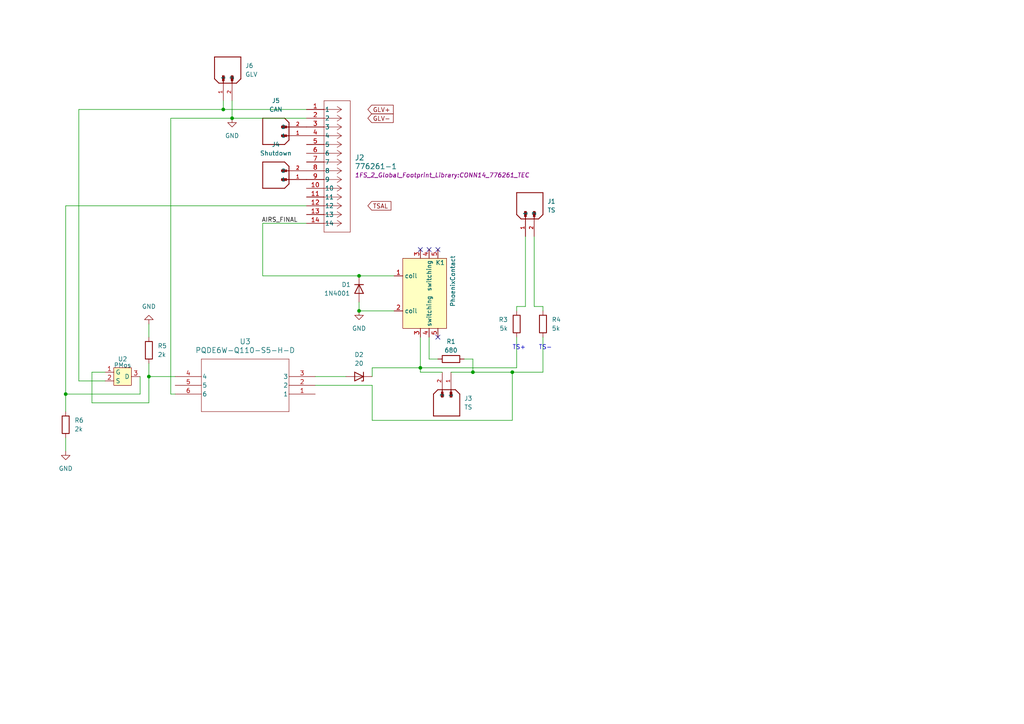
<source format=kicad_sch>
(kicad_sch (version 20231120) (generator "eeschema") (generator_version "8.0")
  (paper "A4")
  (lib_symbols
    (symbol "1FS_2_Global_Symbol_Library:776261-1" (pin_names (offset 0.254))
      (property "Reference" "J" (at 8.89 6.35 0))
      (property "Value" "776261-1" (at 0 0 0))
      (property "Footprint" "1FS_2_Global_Footprint_Library:CONN14_776261_TEC" (at 0 0 0))
      (symbol "776261-1_1_1"
        (polyline (pts (xy 5.08 -35.56) (xy 12.7 -35.56)) (stroke (width 0.127)))
        (polyline (pts (xy 5.08 2.54) (xy 5.08 -35.56)) (stroke (width 0.127)))
        (polyline (pts (xy 10.16 -33.02) (xy 5.08 -33.02)) (stroke (width 0.127)))
        (polyline (pts (xy 10.16 -33.02) (xy 8.89 -33.8667)) (stroke (width 0.127)))
        (polyline (pts (xy 10.16 -33.02) (xy 8.89 -32.1733)) (stroke (width 0.127)))
        (polyline (pts (xy 10.16 -30.48) (xy 5.08 -30.48)) (stroke (width 0.127)))
        (polyline (pts (xy 10.16 -30.48) (xy 8.89 -31.3267)) (stroke (width 0.127)))
        (polyline (pts (xy 10.16 -30.48) (xy 8.89 -29.6333)) (stroke (width 0.127)))
        (polyline (pts (xy 10.16 -27.94) (xy 5.08 -27.94)) (stroke (width 0.127)))
        (polyline (pts (xy 10.16 -27.94) (xy 8.89 -28.7867)) (stroke (width 0.127)))
        (polyline (pts (xy 10.16 -27.94) (xy 8.89 -27.0933)) (stroke (width 0.127)))
        (polyline (pts (xy 10.16 -25.4) (xy 5.08 -25.4)) (stroke (width 0.127)))
        (polyline (pts (xy 10.16 -25.4) (xy 8.89 -26.2467)) (stroke (width 0.127)))
        (polyline (pts (xy 10.16 -25.4) (xy 8.89 -24.5533)) (stroke (width 0.127)))
        (polyline (pts (xy 10.16 -22.86) (xy 5.08 -22.86)) (stroke (width 0.127)))
        (polyline (pts (xy 10.16 -22.86) (xy 8.89 -23.7067)) (stroke (width 0.127)))
        (polyline (pts (xy 10.16 -22.86) (xy 8.89 -22.0133)) (stroke (width 0.127)))
        (polyline (pts (xy 10.16 -20.32) (xy 5.08 -20.32)) (stroke (width 0.127)))
        (polyline (pts (xy 10.16 -20.32) (xy 8.89 -21.1667)) (stroke (width 0.127)))
        (polyline (pts (xy 10.16 -20.32) (xy 8.89 -19.4733)) (stroke (width 0.127)))
        (polyline (pts (xy 10.16 -17.78) (xy 5.08 -17.78)) (stroke (width 0.127)))
        (polyline (pts (xy 10.16 -17.78) (xy 8.89 -18.6267)) (stroke (width 0.127)))
        (polyline (pts (xy 10.16 -17.78) (xy 8.89 -16.9333)) (stroke (width 0.127)))
        (polyline (pts (xy 10.16 -15.24) (xy 5.08 -15.24)) (stroke (width 0.127)))
        (polyline (pts (xy 10.16 -15.24) (xy 8.89 -16.0867)) (stroke (width 0.127)))
        (polyline (pts (xy 10.16 -15.24) (xy 8.89 -14.3933)) (stroke (width 0.127)))
        (polyline (pts (xy 10.16 -12.7) (xy 5.08 -12.7)) (stroke (width 0.127)))
        (polyline (pts (xy 10.16 -12.7) (xy 8.89 -13.5467)) (stroke (width 0.127)))
        (polyline (pts (xy 10.16 -12.7) (xy 8.89 -11.8533)) (stroke (width 0.127)))
        (polyline (pts (xy 10.16 -10.16) (xy 5.08 -10.16)) (stroke (width 0.127)))
        (polyline (pts (xy 10.16 -10.16) (xy 8.89 -11.0067)) (stroke (width 0.127)))
        (polyline (pts (xy 10.16 -10.16) (xy 8.89 -9.3133)) (stroke (width 0.127)))
        (polyline (pts (xy 10.16 -7.62) (xy 5.08 -7.62)) (stroke (width 0.127)))
        (polyline (pts (xy 10.16 -7.62) (xy 8.89 -8.4667)) (stroke (width 0.127)))
        (polyline (pts (xy 10.16 -7.62) (xy 8.89 -6.7733)) (stroke (width 0.127)))
        (polyline (pts (xy 10.16 -5.08) (xy 5.08 -5.08)) (stroke (width 0.127)))
        (polyline (pts (xy 10.16 -5.08) (xy 8.89 -5.9267)) (stroke (width 0.127)))
        (polyline (pts (xy 10.16 -5.08) (xy 8.89 -4.2333)) (stroke (width 0.127)))
        (polyline (pts (xy 10.16 -2.54) (xy 5.08 -2.54)) (stroke (width 0.127)))
        (polyline (pts (xy 10.16 -2.54) (xy 8.89 -3.3867)) (stroke (width 0.127)))
        (polyline (pts (xy 10.16 -2.54) (xy 8.89 -1.6933)) (stroke (width 0.127)))
        (polyline (pts (xy 10.16 0) (xy 5.08 0)) (stroke (width 0.127)))
        (polyline (pts (xy 10.16 0) (xy 8.89 -0.8467)) (stroke (width 0.127)))
        (polyline (pts (xy 10.16 0) (xy 8.89 0.8467)) (stroke (width 0.127)))
        (polyline (pts (xy 12.7 -35.56) (xy 12.7 2.54)) (stroke (width 0.127)))
        (polyline (pts (xy 12.7 2.54) (xy 5.08 2.54)) (stroke (width 0.127)))
        (pin unspecified line (at 0 0 0) (length 5.08) (name "1") (number "1"))
        (pin unspecified line (at 0 -22.86 0) (length 5.08) (name "10") (number "10"))
        (pin unspecified line (at 0 -25.4 0) (length 5.08) (name "11") (number "11"))
        (pin unspecified line (at 0 -27.94 0) (length 5.08) (name "12") (number "12"))
        (pin unspecified line (at 0 -30.48 0) (length 5.08) (name "13") (number "13"))
        (pin unspecified line (at 0 -33.02 0) (length 5.08) (name "14") (number "14"))
        (pin unspecified line (at 0 -2.54 0) (length 5.08) (name "2") (number "2"))
        (pin unspecified line (at 0 -5.08 0) (length 5.08) (name "3") (number "3"))
        (pin unspecified line (at 0 -7.62 0) (length 5.08) (name "4") (number "4"))
        (pin unspecified line (at 0 -10.16 0) (length 5.08) (name "5") (number "5"))
        (pin unspecified line (at 0 -12.7 0) (length 5.08) (name "6") (number "6"))
        (pin unspecified line (at 0 -15.24 0) (length 5.08) (name "7") (number "7"))
        (pin unspecified line (at 0 -17.78 0) (length 5.08) (name "8") (number "8"))
        (pin unspecified line (at 0 -20.32 0) (length 5.08) (name "9") (number "9"))
      )
      (symbol "776261-1_1_2"
        (polyline (pts (xy 5.08 -35.56) (xy 12.7 -35.56)) (stroke (width 0.127)))
        (polyline (pts (xy 5.08 2.54) (xy 5.08 -35.56)) (stroke (width 0.127)))
        (polyline (pts (xy 7.62 -33.02) (xy 5.08 -33.02)) (stroke (width 0.127)))
        (polyline (pts (xy 7.62 -33.02) (xy 8.89 -33.8667)) (stroke (width 0.127)))
        (polyline (pts (xy 7.62 -33.02) (xy 8.89 -32.1733)) (stroke (width 0.127)))
        (polyline (pts (xy 7.62 -30.48) (xy 5.08 -30.48)) (stroke (width 0.127)))
        (polyline (pts (xy 7.62 -30.48) (xy 8.89 -31.3267)) (stroke (width 0.127)))
        (polyline (pts (xy 7.62 -30.48) (xy 8.89 -29.6333)) (stroke (width 0.127)))
        (polyline (pts (xy 7.62 -27.94) (xy 5.08 -27.94)) (stroke (width 0.127)))
        (polyline (pts (xy 7.62 -27.94) (xy 8.89 -28.7867)) (stroke (width 0.127)))
        (polyline (pts (xy 7.62 -27.94) (xy 8.89 -27.0933)) (stroke (width 0.127)))
        (polyline (pts (xy 7.62 -25.4) (xy 5.08 -25.4)) (stroke (width 0.127)))
        (polyline (pts (xy 7.62 -25.4) (xy 8.89 -26.2467)) (stroke (width 0.127)))
        (polyline (pts (xy 7.62 -25.4) (xy 8.89 -24.5533)) (stroke (width 0.127)))
        (polyline (pts (xy 7.62 -22.86) (xy 5.08 -22.86)) (stroke (width 0.127)))
        (polyline (pts (xy 7.62 -22.86) (xy 8.89 -23.7067)) (stroke (width 0.127)))
        (polyline (pts (xy 7.62 -22.86) (xy 8.89 -22.0133)) (stroke (width 0.127)))
        (polyline (pts (xy 7.62 -20.32) (xy 5.08 -20.32)) (stroke (width 0.127)))
        (polyline (pts (xy 7.62 -20.32) (xy 8.89 -21.1667)) (stroke (width 0.127)))
        (polyline (pts (xy 7.62 -20.32) (xy 8.89 -19.4733)) (stroke (width 0.127)))
        (polyline (pts (xy 7.62 -17.78) (xy 5.08 -17.78)) (stroke (width 0.127)))
        (polyline (pts (xy 7.62 -17.78) (xy 8.89 -18.6267)) (stroke (width 0.127)))
        (polyline (pts (xy 7.62 -17.78) (xy 8.89 -16.9333)) (stroke (width 0.127)))
        (polyline (pts (xy 7.62 -15.24) (xy 5.08 -15.24)) (stroke (width 0.127)))
        (polyline (pts (xy 7.62 -15.24) (xy 8.89 -16.0867)) (stroke (width 0.127)))
        (polyline (pts (xy 7.62 -15.24) (xy 8.89 -14.3933)) (stroke (width 0.127)))
        (polyline (pts (xy 7.62 -12.7) (xy 5.08 -12.7)) (stroke (width 0.127)))
        (polyline (pts (xy 7.62 -12.7) (xy 8.89 -13.5467)) (stroke (width 0.127)))
        (polyline (pts (xy 7.62 -12.7) (xy 8.89 -11.8533)) (stroke (width 0.127)))
        (polyline (pts (xy 7.62 -10.16) (xy 5.08 -10.16)) (stroke (width 0.127)))
        (polyline (pts (xy 7.62 -10.16) (xy 8.89 -11.0067)) (stroke (width 0.127)))
        (polyline (pts (xy 7.62 -10.16) (xy 8.89 -9.3133)) (stroke (width 0.127)))
        (polyline (pts (xy 7.62 -7.62) (xy 5.08 -7.62)) (stroke (width 0.127)))
        (polyline (pts (xy 7.62 -7.62) (xy 8.89 -8.4667)) (stroke (width 0.127)))
        (polyline (pts (xy 7.62 -7.62) (xy 8.89 -6.7733)) (stroke (width 0.127)))
        (polyline (pts (xy 7.62 -5.08) (xy 5.08 -5.08)) (stroke (width 0.127)))
        (polyline (pts (xy 7.62 -5.08) (xy 8.89 -5.9267)) (stroke (width 0.127)))
        (polyline (pts (xy 7.62 -5.08) (xy 8.89 -4.2333)) (stroke (width 0.127)))
        (polyline (pts (xy 7.62 -2.54) (xy 5.08 -2.54)) (stroke (width 0.127)))
        (polyline (pts (xy 7.62 -2.54) (xy 8.89 -3.3867)) (stroke (width 0.127)))
        (polyline (pts (xy 7.62 -2.54) (xy 8.89 -1.6933)) (stroke (width 0.127)))
        (polyline (pts (xy 7.62 0) (xy 5.08 0)) (stroke (width 0.127)))
        (polyline (pts (xy 7.62 0) (xy 8.89 -0.8467)) (stroke (width 0.127)))
        (polyline (pts (xy 7.62 0) (xy 8.89 0.8467)) (stroke (width 0.127)))
        (polyline (pts (xy 12.7 -35.56) (xy 12.7 2.54)) (stroke (width 0.127)))
        (polyline (pts (xy 12.7 2.54) (xy 5.08 2.54)) (stroke (width 0.127)))
        (pin unspecified line (at 0 0 0) (length 5.08) (name "1") (number "1"))
        (pin unspecified line (at 0 -22.86 0) (length 5.08) (name "10") (number "10"))
        (pin unspecified line (at 0 -25.4 0) (length 5.08) (name "11") (number "11"))
        (pin unspecified line (at 0 -27.94 0) (length 5.08) (name "12") (number "12"))
        (pin unspecified line (at 0 -30.48 0) (length 5.08) (name "13") (number "13"))
        (pin unspecified line (at 0 -33.02 0) (length 5.08) (name "14") (number "14"))
        (pin unspecified line (at 0 -2.54 0) (length 5.08) (name "2") (number "2"))
        (pin unspecified line (at 0 -5.08 0) (length 5.08) (name "3") (number "3"))
        (pin unspecified line (at 0 -7.62 0) (length 5.08) (name "4") (number "4"))
        (pin unspecified line (at 0 -10.16 0) (length 5.08) (name "5") (number "5"))
        (pin unspecified line (at 0 -12.7 0) (length 5.08) (name "6") (number "6"))
        (pin unspecified line (at 0 -15.24 0) (length 5.08) (name "7") (number "7"))
        (pin unspecified line (at 0 -17.78 0) (length 5.08) (name "8") (number "8"))
        (pin unspecified line (at 0 -20.32 0) (length 5.08) (name "9") (number "9"))
      )
    )
    (symbol "1FS_2_Global_Symbol_Library:PQDE6W-Q110-S5-H-D" (pin_names (offset 0.254))
      (property "Reference" "U" (at 20.32 10.16 0))
      (property "Value" "PQDE6W-Q110-S5-H-D" (at 20.32 7.62 0))
      (symbol "PQDE6W-Q110-S5-H-D_0_1"
        (polyline (pts (xy 7.62 -10.16) (xy 33.02 -10.16)) (stroke (width 0.127)))
        (polyline (pts (xy 7.62 5.08) (xy 7.62 -10.16)) (stroke (width 0.127)))
        (polyline (pts (xy 33.02 -10.16) (xy 33.02 5.08)) (stroke (width 0.127)))
        (polyline (pts (xy 33.02 5.08) (xy 7.62 5.08)) (stroke (width 0.127)))
        (pin unspecified line (at 0 0 0) (length 7.62) (name "1") (number "1"))
        (pin unspecified line (at 0 -2.54 0) (length 7.62) (name "2") (number "2"))
        (pin unspecified line (at 0 -5.08 0) (length 7.62) (name "3") (number "3"))
        (pin unspecified line (at 40.64 -5.08 180) (length 7.62) (name "4") (number "4"))
        (pin unspecified line (at 40.64 -2.54 180) (length 7.62) (name "5") (number "5"))
        (pin unspecified line (at 40.64 0 180) (length 7.62) (name "6") (number "6"))
      )
    )
    (symbol "Device:D_Zener" (pin_numbers hide) (pin_names (offset 1.016) hide)
      (property "Reference" "D" (at 0 2.54 0))
      (property "Value" "D_Zener" (at 0 -2.54 0))
      (symbol "D_Zener_0_1"
        (polyline (pts (xy 1.27 0) (xy -1.27 0)))
        (polyline (pts (xy -1.27 -1.27) (xy -1.27 1.27) (xy -0.762 1.27)) (stroke (width 0.254)))
        (polyline (pts (xy 1.27 -1.27) (xy 1.27 1.27) (xy -1.27 0) (xy 1.27 -1.27)) (stroke (width 0.254)))
      )
      (symbol "D_Zener_1_1"
        (pin passive line (at -3.81 0 0) (length 2.54) (name "K") (number "1"))
        (pin passive line (at 3.81 0 180) (length 2.54) (name "A") (number "2"))
      )
    )
    (symbol "Device:R" (pin_numbers hide) (pin_names (offset 0))
      (property "Reference" "R" (at 2.032 0 90))
      (property "Value" "R" (at 0 0 90))
      (symbol "R_0_1"
        (rectangle (start -1.016 -2.54) (end 1.016 2.54) (stroke (width 0.254)))
      )
      (symbol "R_1_1"
        (pin passive line (at 0 3.81 270) (length 1.27) (name "~") (number "1"))
        (pin passive line (at 0 -3.81 90) (length 1.27) (name "~") (number "2"))
      )
    )
    (symbol "Diode:1N4001" (pin_numbers hide) (pin_names hide)
      (property "Reference" "D" (at 0 2.54 0))
      (property "Value" "1N4001" (at 0 -2.54 0))
      (symbol "1N4001_0_1"
        (polyline (pts (xy -1.27 1.27) (xy -1.27 -1.27)) (stroke (width 0.254)))
        (polyline (pts (xy 1.27 0) (xy -1.27 0)))
        (polyline (pts (xy 1.27 1.27) (xy 1.27 -1.27) (xy -1.27 0) (xy 1.27 1.27)) (stroke (width 0.254)))
      )
      (symbol "1N4001_1_1"
        (pin passive line (at -3.81 0 0) (length 2.54) (name "K") (number "1"))
        (pin passive line (at 3.81 0 180) (length 2.54) (name "A") (number "2"))
      )
    )
    (symbol "Discharge:2961309"
      (property "Reference" "PhoenixContact1" (at -8.89 -8.89 0))
      (property "Value" "~" (at -5.08 2.54 90))
      (symbol "2961309_1_1"
        (rectangle (start 10.16 8.89) (end -10.16 -3.81) (fill (type background)))
        (pin passive line (at 5.08 11.43 270) (length 2.54) (name "coil") (number "1"))
        (pin passive line (at -5.08 11.43 270) (length 2.54) (name "coil") (number "2"))
        (pin passive line (at -12.7 3.81 0) (length 2.54) (name "") (number "3"))
        (pin passive line (at 12.7 3.81 180) (length 2.54) (name "") (number "3"))
        (pin passive line (at -12.7 1.27 0) (length 2.54) (name "switching") (number "4"))
        (pin passive line (at 12.7 1.27 180) (length 2.54) (name "switching") (number "4"))
        (pin passive line (at -12.7 -1.27 0) (length 2.54) (name "") (number "5"))
        (pin passive line (at 12.7 -1.27 180) (length 2.54) (name "") (number "5"))
      )
    )
    (symbol "New_Library:pmos"
      (property "Reference" "U2" (at 0 5.08 0))
      (property "Value" "~" (at 0 0 0))
      (symbol "pmos_1_1"
        (rectangle (start -2.54 2.54) (end 2.54 -2.54) (fill (type background)))
        (pin unspecified line (at -5.08 1.27 0) (length 2.54) (name "G") (number "1"))
        (pin unspecified line (at -5.08 -1.27 0) (length 2.54) (name "S") (number "2"))
        (pin unspecified line (at 5.08 0 180) (length 2.54) (name "D") (number "3"))
      )
    )
    (symbol "molex_1053091202:1053091202" (pin_names (offset 1.016))
      (property "Reference" "J" (at 0 3.81 0))
      (property "Value" "1053091202" (at 0 -7.62 0))
      (symbol "1053091202_0_0"
        (polyline (pts (xy 0 -3.81) (xy 1.27 -5.08)) (stroke (width 0.254)))
        (polyline (pts (xy 0 -2.54) (xy 1.905 -2.54)) (stroke (width 0.254)))
        (polyline (pts (xy 0 0) (xy 0 -3.81)) (stroke (width 0.254)))
        (polyline (pts (xy 0 0) (xy 1.905 0)) (stroke (width 0.254)))
        (polyline (pts (xy 0 1.27) (xy 0 0)) (stroke (width 0.254)))
        (polyline (pts (xy 0 1.27) (xy 1.27 2.54)) (stroke (width 0.254)))
        (polyline (pts (xy 1.27 -5.08) (xy 7.62 -5.08)) (stroke (width 0.254)))
        (polyline (pts (xy 7.62 -5.08) (xy 7.62 2.54)) (stroke (width 0.254)))
        (polyline (pts (xy 7.62 2.54) (xy 1.27 2.54)) (stroke (width 0.254)))
        (rectangle (start 0.635 -2.8575) (end 2.2225 -2.2225) (stroke (width 0.1)) (fill (type outline)))
        (rectangle (start 0.635 -0.3175) (end 2.2225 0.3175) (stroke (width 0.1)) (fill (type outline)))
        (pin passive line (at -5.08 0 0) (length 5.08) (name "1") (number "1"))
        (pin passive line (at -5.08 -2.54 0) (length 5.08) (name "2") (number "2"))
      )
    )
    (symbol "power:GND" (power) (pin_names (offset 0))
      (property "Value" "GND" (at 0 -3.81 0))
      (symbol "GND_0_1"
        (polyline (pts (xy 0 0) (xy 0 -1.27) (xy 1.27 -1.27) (xy 0 -2.54) (xy -1.27 -1.27) (xy 0 -1.27)))
      )
      (symbol "GND_1_1"
        (pin power_in line (at 0 0 270) (length 0) hide (name "GND") (number "1"))
      )
    )
  )
  (junction (at 137.16 107.95))
  (junction (at 64.77 31.75))
  (junction (at 104.14 90.17))
  (junction (at 67.31 34.29))
  (junction (at 104.14 80.01))
  (junction (at 43.18 109.22))
  (junction (at 148.59 107.95))
  (junction (at 19.05 114.3))
  (junction (at 121.92 106.68))
  (no_connect (at 121.92 72.39))
  (no_connect (at 127 72.39))
  (no_connect (at 127 97.79))
  (no_connect (at 124.46 72.39))
  (wire (pts (xy 19.05 114.3) (xy 19.05 119.38)))
  (wire (pts (xy 43.18 109.22) (xy 50.8 109.22)))
  (wire (pts (xy 148.59 107.95) (xy 157.48 107.95)))
  (wire (pts (xy 43.18 109.22) (xy 43.18 116.84)))
  (wire (pts (xy 107.95 111.76) (xy 107.95 121.92)))
  (wire (pts (xy 19.05 114.3) (xy 40.64 114.3)))
  (wire (pts (xy 107.95 111.76) (xy 91.44 111.76)))
  (wire (pts (xy 157.48 88.9) (xy 154.94 88.9)))
  (wire (pts (xy 64.77 31.75) (xy 88.9 31.75)))
  (wire (pts (xy 22.86 31.75) (xy 64.77 31.75)))
  (wire (pts (xy 49.53 34.29) (xy 67.31 34.29)))
  (wire (pts (xy 148.59 107.95) (xy 148.59 121.92)))
  (wire (pts (xy 67.31 29.21) (xy 67.31 34.29)))
  (wire (pts (xy 91.44 109.22) (xy 100.33 109.22)))
  (wire (pts (xy 76.2 64.77) (xy 76.2 80.01)))
  (wire (pts (xy 149.86 88.9) (xy 149.86 90.17)))
  (wire (pts (xy 121.92 107.95) (xy 128.27 107.95)))
  (wire (pts (xy 19.05 127) (xy 19.05 130.81)))
  (wire (pts (xy 26.67 107.95) (xy 30.48 107.95)))
  (wire (pts (xy 107.95 121.92) (xy 148.59 121.92)))
  (wire (pts (xy 152.4 88.9) (xy 152.4 68.58)))
  (wire (pts (xy 127 104.14) (xy 124.46 104.14)))
  (wire (pts (xy 157.48 97.79) (xy 157.48 107.95)))
  (wire (pts (xy 104.14 90.17) (xy 114.3 90.17)))
  (wire (pts (xy 121.92 97.79) (xy 121.92 106.68)))
  (wire (pts (xy 121.92 106.68) (xy 121.92 107.95)))
  (wire (pts (xy 137.16 107.95) (xy 148.59 107.95)))
  (wire (pts (xy 124.46 104.14) (xy 124.46 97.79)))
  (wire (pts (xy 149.86 88.9) (xy 152.4 88.9)))
  (wire (pts (xy 137.16 107.95) (xy 137.16 104.14)))
  (wire (pts (xy 19.05 114.3) (xy 19.05 59.69)))
  (wire (pts (xy 40.64 114.3) (xy 40.64 109.22)))
  (wire (pts (xy 104.14 80.01) (xy 114.3 80.01)))
  (wire (pts (xy 22.86 31.75) (xy 22.86 110.49)))
  (wire (pts (xy 137.16 104.14) (xy 134.62 104.14)))
  (wire (pts (xy 64.77 29.21) (xy 64.77 31.75)))
  (wire (pts (xy 43.18 105.41) (xy 43.18 109.22)))
  (wire (pts (xy 49.53 34.29) (xy 49.53 114.3)))
  (wire (pts (xy 121.92 106.68) (xy 149.86 106.68)))
  (wire (pts (xy 43.18 93.98) (xy 43.18 97.79)))
  (wire (pts (xy 104.14 90.17) (xy 104.14 87.63)))
  (wire (pts (xy 149.86 97.79) (xy 149.86 106.68)))
  (wire (pts (xy 154.94 88.9) (xy 154.94 68.58)))
  (wire (pts (xy 107.95 106.68) (xy 121.92 106.68)))
  (wire (pts (xy 19.05 59.69) (xy 88.9 59.69)))
  (wire (pts (xy 107.95 106.68) (xy 107.95 109.22)))
  (wire (pts (xy 43.18 116.84) (xy 26.67 116.84)))
  (wire (pts (xy 76.2 80.01) (xy 104.14 80.01)))
  (wire (pts (xy 76.2 64.77) (xy 88.9 64.77)))
  (wire (pts (xy 130.81 107.95) (xy 137.16 107.95)))
  (wire (pts (xy 30.48 110.49) (xy 22.86 110.49)))
  (wire (pts (xy 67.31 34.29) (xy 88.9 34.29)))
  (wire (pts (xy 26.67 116.84) (xy 26.67 107.95)))
  (wire (pts (xy 49.53 114.3) (xy 50.8 114.3)))
  (wire (pts (xy 157.48 88.9) (xy 157.48 90.17)))
  (text "TS-" (at 156.21 101.6 0) (effects (font (size 1.27 1.27)) (justify left bottom)))
  (text "TS+" (at 148.59 101.6 0) (effects (font (size 1.27 1.27)) (justify left bottom)))
  (label "AIRS_FINAL" (at 86.36 64.77 180))
  (global_label "GLV-" (shape input) (at 106.68 34.29 0) (property "Intersheetrefs" "${INTERSHEET_REFS}" (effects (hide yes))))
  (global_label "TSAL" (shape input) (at 106.68 59.69 0) (property "Intersheetrefs" "${INTERSHEET_REFS}" (effects (hide yes))))
  (global_label "GLV+" (shape input) (at 106.68 31.75 0) (property "Intersheetrefs" "${INTERSHEET_REFS}" (effects (hide yes))))
  (symbol (lib_id "Device:R") (at 43.18 101.6 0) (unit 1)
    (property "Reference" "R5" (at 45.72 100.33 0) (effects (justify left)))
    (property "Value" "2k" (at 45.72 102.87 0) (effects (justify left)))
    (property "Footprint" "Resistor_SMD:R_0805_2012Metric_Pad1.20x1.40mm_HandSolder" (effects (hide yes)))
  )
  (symbol (lib_id "power:GND") (at 19.05 130.81 0) (unit 1)
    (property "Reference" "#PWR02" (effects (hide yes)))
    (property "Value" "GND" (at 19.05 135.89 0))
  )
  (symbol (lib_id "power:GND") (at 67.31 34.29 0) (unit 1)
    (property "Reference" "#PWR03" (effects (hide yes)))
    (property "Value" "GND" (at 67.31 39.37 0))
  )
  (symbol (lib_id "power:GND") (at 104.14 90.17 0) (unit 1)
    (property "Reference" "#PWR04" (effects (hide yes)))
    (property "Value" "GND" (at 104.14 95.25 0))
  )
  (symbol (lib_id "Discharge:2961309") (at 125.73 85.09 90) (unit 1)
    (property "Reference" "K1" (at 129.032 76.2 90) (effects (justify left)))
    (property "Value" "PhoenixContact" (at 131.318 81.534 0))
    (property "Footprint" "1FS_2_Global_Footprint_Library:PhoenixContact1" (effects (hide yes)))
  )
  (symbol (lib_id "New_Library:pmos") (at 35.56 109.22 0) (unit 1)
    (property "Reference" "U2" (at 35.56 104.14 0))
    (property "Value" "PMos" (at 35.56 105.918 0))
    (property "Footprint" "1FS_2_Global_Footprint_Library:PMos" (effects (hide yes)))
  )
  (symbol (lib_id "molex_1053091202:1053091202") (at 152.4 63.5 90) (unit 1)
    (property "Reference" "J1" (at 158.75 58.4199 90) (effects (justify right)))
    (property "Value" "TS" (at 158.75 60.9599 90) (effects (justify right)))
    (property "Footprint" "1FS_2_Global_Footprint_Library:MOLEX_1053091202" (effects (hide yes)))
    (property "PARTREV" "H" (effects (hide yes)))
    (property "STANDARD" "Manufacturer Recommendations" (effects (hide yes)))
    (property "MAXIMUM_PACKAGE_HEIGHT" "10.51 mm" (effects (hide yes)))
    (property "MANUFACTURER" "Molex" (effects (hide yes)))
  )
  (symbol (lib_id "Device:D_Zener") (at 104.14 109.22 180) (unit 1)
    (property "Reference" "D2" (at 104.14 102.87 0))
    (property "Value" "20" (at 104.14 105.41 0))
    (property "Footprint" "Diode_THT:D_DO-41_SOD81_P10.16mm_Horizontal" (effects (hide yes)))
  )
  (symbol (lib_id "Device:R") (at 130.81 104.14 90) (unit 1)
    (property "Reference" "R1" (at 130.81 99.06 90))
    (property "Value" "680" (at 130.81 101.6 90))
    (property "Footprint" "1FS_2_Global_Footprint_Library:Discharge Resistor" (effects (hide yes)))
  )
  (symbol (lib_id "Device:R") (at 157.48 93.98 0) (unit 1)
    (property "Reference" "R4" (at 160.02 92.71 0) (effects (justify left)))
    (property "Value" "5k" (at 160.02 95.25 0) (effects (justify left)))
    (property "Footprint" "1FS_2_Global_Footprint_Library:TSMP Resistor" (effects (hide yes)))
  )
  (symbol (lib_id "1FS_2_Global_Symbol_Library:PQDE6W-Q110-S5-H-D") (at 91.44 114.3 180) (unit 1)
    (property "Reference" "U3" (at 71.12 99.06 0) (effects (font (size 1.524 1.524))))
    (property "Value" "PQDE6W-Q110-S5-H-D" (at 71.12 101.6 0) (effects (font (size 1.524 1.524))))
    (property "Footprint" "1FS_2_Global_Footprint_Library:PQDE6W-Q110-S5-H-D_CUI" (effects (hide yes)))
    (property "Datasheet" "PQDE6W-Q110-S5-H-D" (effects (hide yes)))
  )
  (symbol (lib_id "molex_1053091202:1053091202") (at 83.82 52.07 180) (unit 1)
    (property "Reference" "J4" (at 80.01 41.91 0))
    (property "Value" "Shutdown" (at 80.01 44.45 0))
    (property "Footprint" "1FS_2_Global_Footprint_Library:MOLEX_1053091202" (effects (hide yes)))
    (property "PARTREV" "H" (effects (hide yes)))
    (property "STANDARD" "Manufacturer Recommendations" (effects (hide yes)))
    (property "MAXIMUM_PACKAGE_HEIGHT" "10.51 mm" (effects (hide yes)))
    (property "MANUFACTURER" "Molex" (effects (hide yes)))
  )
  (symbol (lib_id "molex_1053091202:1053091202") (at 130.81 113.03 270) (unit 1)
    (property "Reference" "J3" (at 134.62 115.57 90) (effects (justify left)))
    (property "Value" "TS" (at 134.62 118.11 90) (effects (justify left)))
    (property "Footprint" "1FS_2_Global_Footprint_Library:MOLEX_1053091202" (effects (hide yes)))
    (property "PARTREV" "H" (effects (hide yes)))
    (property "STANDARD" "Manufacturer Recommendations" (effects (hide yes)))
    (property "MAXIMUM_PACKAGE_HEIGHT" "10.51 mm" (effects (hide yes)))
    (property "MANUFACTURER" "Molex" (effects (hide yes)))
  )
  (symbol (lib_id "Device:R") (at 19.05 123.19 0) (unit 1)
    (property "Reference" "R6" (at 21.59 121.92 0) (effects (justify left)))
    (property "Value" "2k" (at 21.59 124.46 0) (effects (justify left)))
    (property "Footprint" "Resistor_SMD:R_0805_2012Metric_Pad1.20x1.40mm_HandSolder" (effects (hide yes)))
  )
  (symbol (lib_id "Device:R") (at 149.86 93.98 180) (unit 1)
    (property "Reference" "R3" (at 147.32 92.71 0) (effects (justify left)))
    (property "Value" "5k" (at 147.32 95.25 0) (effects (justify left)))
    (property "Footprint" "1FS_2_Global_Footprint_Library:TSMP Resistor" (effects (hide yes)))
  )
  (symbol (lib_id "power:GND") (at 43.18 93.98 180) (unit 1)
    (property "Reference" "#PWR01" (effects (hide yes)))
    (property "Value" "GND" (at 43.18 88.9 0))
  )
  (symbol (lib_id "Diode:1N4001") (at 104.14 83.82 270) (unit 1)
    (property "Reference" "D1" (at 99.06 82.55 90) (effects (justify left)))
    (property "Value" "1N4001" (at 93.98 85.09 90) (effects (justify left)))
    (property "Footprint" "Diode_THT:D_DO-41_SOD81_P10.16mm_Horizontal" (effects (hide yes)))
    (property "Datasheet" "http://www.vishay.com/docs/88503/1n4001.pdf" (effects (hide yes)))
    (property "Sim.Device" "D" (effects (hide yes)))
    (property "Sim.Pins" "1=K 2=A" (effects (hide yes)))
  )
  (symbol (lib_id "molex_1053091202:1053091202") (at 64.77 24.13 90) (unit 1)
    (property "Reference" "J6" (at 71.12 19.05 90) (effects (justify right)))
    (property "Value" "GLV" (at 71.12 21.59 90) (effects (justify right)))
    (property "Footprint" "1FS_2_Global_Footprint_Library:MOLEX_1053091202" (effects (hide yes)))
    (property "PARTREV" "H" (effects (hide yes)))
    (property "STANDARD" "Manufacturer Recommendations" (effects (hide yes)))
    (property "MAXIMUM_PACKAGE_HEIGHT" "10.51 mm" (effects (hide yes)))
    (property "MANUFACTURER" "Molex" (effects (hide yes)))
  )
  (symbol (lib_id "molex_1053091202:1053091202") (at 83.82 39.37 180) (unit 1)
    (property "Reference" "J5" (at 80.01 29.21 0))
    (property "Value" "CAN" (at 80.01 31.75 0))
    (property "Footprint" "1FS_2_Global_Footprint_Library:MOLEX_1053091202" (effects (hide yes)))
    (property "PARTREV" "H" (effects (hide yes)))
    (property "STANDARD" "Manufacturer Recommendations" (effects (hide yes)))
    (property "MAXIMUM_PACKAGE_HEIGHT" "10.51 mm" (effects (hide yes)))
    (property "MANUFACTURER" "Molex" (effects (hide yes)))
  )
  (symbol (lib_id "1FS_2_Global_Symbol_Library:776261-1") (at 88.9 31.75 0) (unit 1)
    (property "Reference" "J2" (at 102.87 45.72 0) (effects (font (size 1.524 1.524)) (justify left)))
    (property "Value" "776261-1" (at 102.87 48.26 0) (effects (font (size 1.524 1.524)) (justify left)))
    (property "Footprint" "1FS_2_Global_Footprint_Library:CONN14_776261_TEC" (at 102.87 50.8 0) (effects (font (italic yes)) (justify left)))
    (property "Datasheet" "776261-1" (effects (hide yes)))
  )
)
</source>
